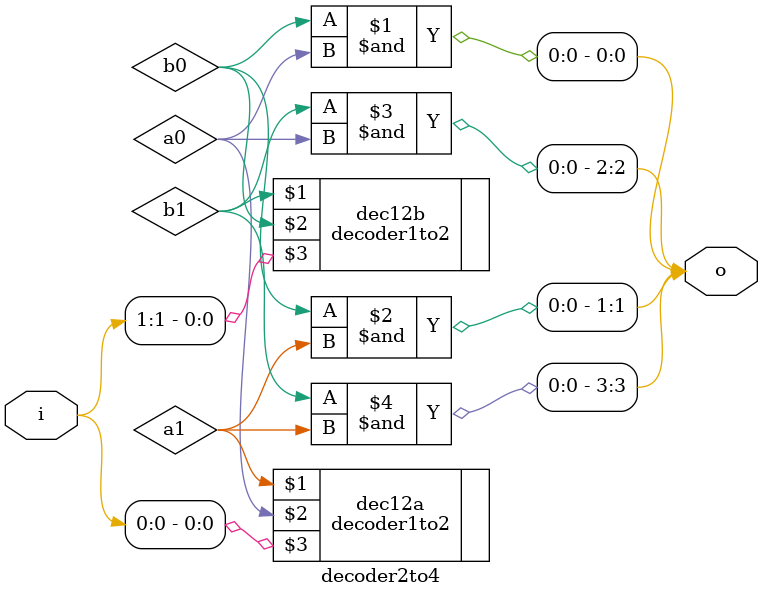
<source format=v>
/* 模組名稱： 2 to 4 line decoder
   著作權宣告：copyright 2012 林博仁(pika1021@gmail.com)
   */
`ifndef DECODER2TO4_V_INCLUDED
	`define DECODER2TO4_V_INCLUDED
	`timescale 1ns / 100ps
	`include "Source_code/decoder1to2/decoder1to2.v"

	module decoder2to4(o, i);
		output [3:0]o;
		input [1:0]i;
		wire a0, a1, b0, b1;
		decoder1to2
			dec12a(a1, a0, i[0]),
			dec12b(b1, b0, i[1]);
		and
			and00(o[0], b0, a0),
			and01(o[1], b0, a1),
			and10(o[2], b1, a0),
			and11(o[3], b1, a1);

	endmodule
`endif
</source>
